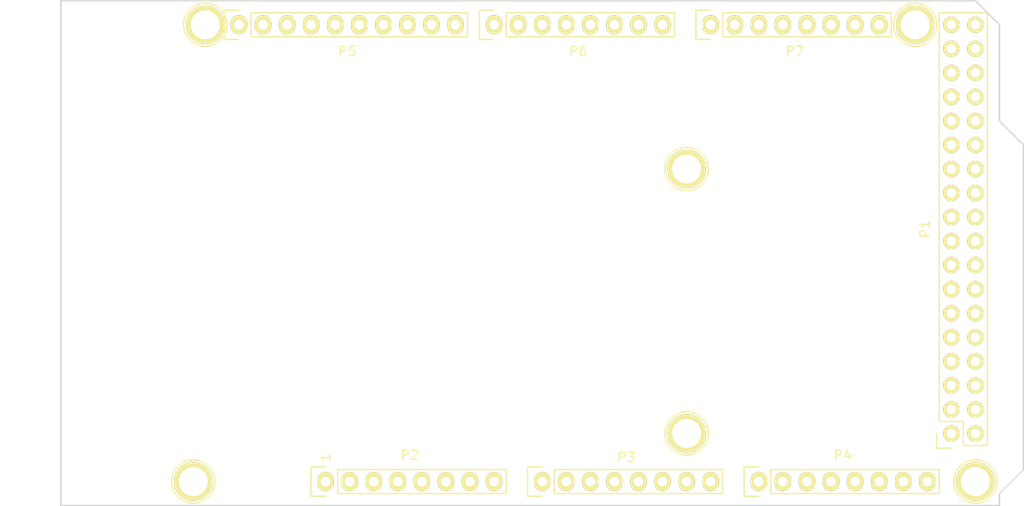
<source format=kicad_pcb>
(kicad_pcb (version 20221018) (generator pcbnew)
  (title_block (date "mar. 31 mars 2015"))
  (layers (0 "F.Cu" signal) (31 "B.Cu" signal) (34 "B.Paste" user) (35 "F.Paste" user) (36 "B.SilkS" user "B.Silkscreen") (37 "F.SilkS" user "F.Silkscreen") (38 "B.Mask" user) (39 "F.Mask" user) (44 "Edge.Cuts" user))
  (net 0 "")
  (net 1 "GND")
  (net 2 "/52(SCK)")
  (net 3 "/53(SS)")
  (net 4 "/50(MISO)")
  (net 5 "/51(MOSI)")
  (net 6 "/48")
  (net 7 "/49")
  (net 8 "/46")
  (net 9 "/47")
  (net 10 "/44")
  (net 11 "/45")
  (net 12 "/42")
  (net 13 "/43")
  (net 14 "/40")
  (net 15 "/41")
  (net 16 "/38")
  (net 17 "/39")
  (net 18 "/36")
  (net 19 "/37")
  (net 20 "/34")
  (net 21 "/35")
  (net 22 "/32")
  (net 23 "/33")
  (net 24 "/30")
  (net 25 "/31")
  (net 26 "/28")
  (net 27 "/29")
  (net 28 "/26")
  (net 29 "/27")
  (net 30 "/24")
  (net 31 "/25")
  (net 32 "/22")
  (net 33 "/23")
  (net 34 "+5V")
  (net 35 "/IOREF")
  (net 36 "/Reset")
  (net 37 "/Vin")
  (net 38 "/A0")
  (net 39 "/A1")
  (net 40 "/A2")
  (net 41 "/A3")
  (net 42 "/A4")
  (net 43 "/A5")
  (net 44 "/A6")
  (net 45 "/A7")
  (net 46 "/A8")
  (net 47 "/A9")
  (net 48 "/A10")
  (net 49 "/A11")
  (net 50 "/A12")
  (net 51 "/A13")
  (net 52 "/A14")
  (net 53 "/A15")
  (net 54 "/SCL")
  (net 55 "/SDA")
  (net 56 "/AREF")
  (net 57 "/13(**)")
  (net 58 "/12(**)")
  (net 59 "/11(**)")
  (net 60 "/10(**)")
  (net 61 "/9(**)")
  (net 62 "/8(**)")
  (net 63 "/7(**)")
  (net 64 "/6(**)")
  (net 65 "/5(**)")
  (net 66 "/4(**)")
  (net 67 "/3(**)")
  (net 68 "/2(**)")
  (net 69 "/20(SDA)")
  (net 70 "/21(SCL)")
  (net 71 "Net-(P8-Pad1)")
  (net 72 "Net-(P9-Pad1)")
  (net 73 "Net-(P10-Pad1)")
  (net 74 "Net-(P11-Pad1)")
  (net 75 "Net-(P12-Pad1)")
  (net 76 "Net-(P13-Pad1)")
  (net 77 "Net-(P2-Pad1)")
  (net 78 "+3V3")
  (net 79 "/1(Tx0)")
  (net 80 "/0(Rx0)")
  (net 81 "/14(Tx3)")
  (net 82 "/15(Rx3)")
  (net 83 "/16(Tx2)")
  (net 84 "/17(Rx2)")
  (net 85 "/18(Tx1)")
  (net 86 "/19(Rx1)")
  (footprint "Socket_Arduino_Mega:Socket_Strip_Arduino_2x18" (layer "F.Cu") (at 197.358 114.046 90)
    (fp_text reference "P1" (at 21.59 -2.794 90) (layer "F.SilkS"))
    (fp_text value "Digital")
    (fp_line (start -1.55 -1.55) (end -1.55 0) (stroke (width 0.15)) (layer "F.SilkS"))
    (fp_line (start -1.27 1.27) (end 1.27 1.27) (stroke (width 0.15)) (layer "F.SilkS"))
    (fp_line (start -1.27 3.81) (end -1.27 1.27) (stroke (width 0.15)) (layer "F.SilkS"))
    (fp_line (start -1.27 3.81) (end 44.45 3.81) (stroke (width 0.15)) (layer "F.SilkS"))
    (fp_line (start 0 -1.55) (end -1.55 -1.55) (stroke (width 0.15)) (layer "F.SilkS"))
    (fp_line (start 1.27 1.27) (end 1.27 -1.27) (stroke (width 0.15)) (layer "F.SilkS"))
    (fp_line (start 44.45 -1.27) (end 1.27 -1.27) (stroke (width 0.15)) (layer "F.SilkS"))
    (fp_line (start 44.45 3.81) (end 44.45 -1.27) (stroke (width 0.15)) (layer "F.SilkS"))
    (pad "1" thru_hole circle locked (at 0 0 90) (size 1.7272 1.7272) (drill 1.016) (layers "*.Cu" "*.Mask" "F.SilkS") (net 1 "GND"))
    (pad "2" thru_hole oval locked (at 0 2.54 90) (size 1.7272 1.7272) (drill 1.016) (layers "*.Cu" "*.Mask" "F.SilkS") (net 1 "GND"))
    (pad "3" thru_hole oval locked (at 2.54 0 90) (size 1.7272 1.7272) (drill 1.016) (layers "*.Cu" "*.Mask" "F.SilkS") (net 2 "/52(SCK)"))
    (pad "4" thru_hole oval locked (at 2.54 2.54 90) (size 1.7272 1.7272) (drill 1.016) (layers "*.Cu" "*.Mask" "F.SilkS") (net 3 "/53(SS)"))
    (pad "5" thru_hole oval locked (at 5.08 0 90) (size 1.7272 1.7272) (drill 1.016) (layers "*.Cu" "*.Mask" "F.SilkS") (net 4 "/50(MISO)"))
    (pad "6" thru_hole oval locked (at 5.08 2.54 90) (size 1.7272 1.7272) (drill 1.016) (layers "*.Cu" "*.Mask" "F.SilkS") (net 5 "/51(MOSI)"))
    (pad "7" thru_hole oval locked (at 7.62 0 90) (size 1.7272 1.7272) (drill 1.016) (layers "*.Cu" "*.Mask" "F.SilkS") (net 6 "/48"))
    (pad "8" thru_hole oval locked (at 7.62 2.54 90) (size 1.7272 1.7272) (drill 1.016) (layers "*.Cu" "*.Mask" "F.SilkS") (net 7 "/49"))
    (pad "9" thru_hole oval locked (at 10.16 0 90) (size 1.7272 1.7272) (drill 1.016) (layers "*.Cu" "*.Mask" "F.SilkS") (net 8 "/46"))
    (pad "10" thru_hole oval locked (at 10.16 2.54 90) (size 1.7272 1.7272) (drill 1.016) (layers "*.Cu" "*.Mask" "F.SilkS") (net 9 "/47"))
    (pad "11" thru_hole oval locked (at 12.7 0 90) (size 1.7272 1.7272) (drill 1.016) (layers "*.Cu" "*.Mask" "F.SilkS") (net 10 "/44"))
    (pad "12" thru_hole oval locked (at 12.7 2.54 90) (size 1.7272 1.7272) (drill 1.016) (layers "*.Cu" "*.Mask" "F.SilkS") (net 11 "/45"))
    (pad "13" thru_hole oval locked (at 15.24 0 90) (size 1.7272 1.7272) (drill 1.016) (layers "*.Cu" "*.Mask" "F.SilkS") (net 12 "/42"))
    (pad "14" thru_hole oval locked (at 15.24 2.54 90) (size 1.7272 1.7272) (drill 1.016) (layers "*.Cu" "*.Mask" "F.SilkS") (net 13 "/43"))
    (pad "15" thru_hole oval locked (at 17.78 0 90) (size 1.7272 1.7272) (drill 1.016) (layers "*.Cu" "*.Mask" "F.SilkS") (net 14 "/40"))
    (pad "16" thru_hole oval locked (at 17.78 2.54 90) (size 1.7272 1.7272) (drill 1.016) (layers "*.Cu" "*.Mask" "F.SilkS") (net 15 "/41"))
    (pad "17" thru_hole oval locked (at 20.32 0 90) (size 1.7272 1.7272) (drill 1.016) (layers "*.Cu" "*.Mask" "F.SilkS") (net 16 "/38"))
    (pad "18" thru_hole oval locked (at 20.32 2.54 90) (size 1.7272 1.7272) (drill 1.016) (layers "*.Cu" "*.Mask" "F.SilkS") (net 17 "/39"))
    (pad "19" thru_hole oval locked (at 22.86 0 90) (size 1.7272 1.7272) (drill 1.016) (layers "*.Cu" "*.Mask" "F.SilkS") (net 18 "/36"))
    (pad "20" thru_hole oval locked (at 22.86 2.54 90) (size 1.7272 1.7272) (drill 1.016) (layers "*.Cu" "*.Mask" "F.SilkS") (net 19 "/37"))
    (pad "21" thru_hole oval locked (at 25.4 0 90) (size 1.7272 1.7272) (drill 1.016) (layers "*.Cu" "*.Mask" "F.SilkS") (net 20 "/34"))
    (pad "22" thru_hole oval locked (at 25.4 2.54 90) (size 1.7272 1.7272) (drill 1.016) (layers "*.Cu" "*.Mask" "F.SilkS") (net 21 "/35"))
    (pad "23" thru_hole oval locked (at 27.94 0 90) (size 1.7272 1.7272) (drill 1.016) (layers "*.Cu" "*.Mask" "F.SilkS") (net 22 "/32"))
    (pad "24" thru_hole oval locked (at 27.94 2.54 90) (size 1.7272 1.7272) (drill 1.016) (layers "*.Cu" "*.Mask" "F.SilkS") (net 23 "/33"))
    (pad "25" thru_hole oval locked (at 30.48 0 90) (size 1.7272 1.7272) (drill 1.016) (layers "*.Cu" "*.Mask" "F.SilkS") (net 24 "/30"))
    (pad "26" thru_hole oval locked (at 30.48 2.54 90) (size 1.7272 1.7272) (drill 1.016) (layers "*.Cu" "*.Mask" "F.SilkS") (net 25 "/31"))
    (pad "27" thru_hole oval locked (at 33.02 0 90) (size 1.7272 1.7272) (drill 1.016) (layers "*.Cu" "*.Mask" "F.SilkS") (net 26 "/28"))
    (pad "28" thru_hole oval locked (at 33.02 2.54 90) (size 1.7272 1.7272) (drill 1.016) (layers "*.Cu" "*.Mask" "F.SilkS") (net 27 "/29"))
    (pad "29" thru_hole oval locked (at 35.56 0 90) (size 1.7272 1.7272) (drill 1.016) (layers "*.Cu" "*.Mask" "F.SilkS") (net 28 "/26"))
    (pad "30" thru_hole oval locked (at 35.56 2.54 90) (size 1.7272 1.7272) (drill 1.016) (layers "*.Cu" "*.Mask" "F.SilkS") (net 29 "/27"))
    (pad "31" thru_hole oval locked (at 38.1 0 90) (size 1.7272 1.7272) (drill 1.016) (layers "*.Cu" "*.Mask" "F.SilkS") (net 30 "/24"))
    (pad "32" thru_hole oval locked (at 38.1 2.54 90) (size 1.7272 1.7272) (drill 1.016) (layers "*.Cu" "*.Mask" "F.SilkS") (net 31 "/25"))
    (pad "33" thru_hole oval locked (at 40.64 0 90) (size 1.7272 1.7272) (drill 1.016) (layers "*.Cu" "*.Mask" "F.SilkS") (net 32 "/22"))
    (pad "34" thru_hole oval locked (at 40.64 2.54 90) (size 1.7272 1.7272) (drill 1.016) (layers "*.Cu" "*.Mask" "F.SilkS") (net 33 "/23"))
    (pad "35" thru_hole oval locked (at 43.18 0 90) (size 1.7272 1.7272) (drill 1.016) (layers "*.Cu" "*.Mask" "F.SilkS") (net 34 "+5V"))
    (pad "36" thru_hole oval locked (at 43.18 2.54 90) (size 1.7272 1.7272) (drill 1.016) (layers "*.Cu" "*.Mask" "F.SilkS") (net 34 "+5V"))
  )
  (footprint "Socket_Arduino_Mega:Socket_Strip_Arduino_1x08" (layer "F.Cu") (at 131.318 119.126)
    (fp_text reference "P2" (at 8.89 -2.794) (layer "F.SilkS"))
    (fp_text value "Power")
    (fp_line (start -1.55 -1.55) (end -1.55 1.55) (stroke (width 0.15)) (layer "F.SilkS"))
    (fp_line (start -1.55 1.55) (end 0 1.55) (stroke (width 0.15)) (layer "F.SilkS"))
    (fp_line (start 0 -1.55) (end -1.55 -1.55) (stroke (width 0.15)) (layer "F.SilkS"))
    (fp_line (start 1.27 1.27) (end 1.27 -1.27) (stroke (width 0.15)) (layer "F.SilkS"))
    (fp_line (start 1.27 1.27) (end 19.05 1.27) (stroke (width 0.15)) (layer "F.SilkS"))
    (fp_line (start 19.05 -1.27) (end 1.27 -1.27) (stroke (width 0.15)) (layer "F.SilkS"))
    (fp_line (start 19.05 1.27) (end 19.05 -1.27) (stroke (width 0.15)) (layer "F.SilkS"))
    (pad "1" thru_hole oval locked (at 0 0) (size 1.7272 2.032) (drill 1.016) (layers "*.Cu" "*.Mask" "F.SilkS") (net 77 "Net-(P2-Pad1)"))
    (pad "2" thru_hole oval locked (at 2.54 0) (size 1.7272 2.032) (drill 1.016) (layers "*.Cu" "*.Mask" "F.SilkS") (net 35 "/IOREF"))
    (pad "3" thru_hole oval locked (at 5.08 0) (size 1.7272 2.032) (drill 1.016) (layers "*.Cu" "*.Mask" "F.SilkS") (net 36 "/Reset"))
    (pad "4" thru_hole oval locked (at 7.62 0) (size 1.7272 2.032) (drill 1.016) (layers "*.Cu" "*.Mask" "F.SilkS") (net 78 "+3V3"))
    (pad "5" thru_hole oval locked (at 10.16 0) (size 1.7272 2.032) (drill 1.016) (layers "*.Cu" "*.Mask" "F.SilkS") (net 34 "+5V"))
    (pad "6" thru_hole oval locked (at 12.7 0) (size 1.7272 2.032) (drill 1.016) (layers "*.Cu" "*.Mask" "F.SilkS") (net 1 "GND"))
    (pad "7" thru_hole oval locked (at 15.24 0) (size 1.7272 2.032) (drill 1.016) (layers "*.Cu" "*.Mask" "F.SilkS") (net 1 "GND"))
    (pad "8" thru_hole oval locked (at 17.78 0) (size 1.7272 2.032) (drill 1.016) (layers "*.Cu" "*.Mask" "F.SilkS") (net 37 "/Vin"))
  )
  (footprint "Socket_Arduino_Mega:Socket_Strip_Arduino_1x08" (layer "F.Cu") (at 154.178 119.126)
    (fp_text reference "P3" (at 8.89 -2.54) (layer "F.SilkS"))
    (fp_text value "Analog")
    (fp_line (start -1.55 -1.55) (end -1.55 1.55) (stroke (width 0.15)) (layer "F.SilkS"))
    (fp_line (start -1.55 1.55) (end 0 1.55) (stroke (width 0.15)) (layer "F.SilkS"))
    (fp_line (start 0 -1.55) (end -1.55 -1.55) (stroke (width 0.15)) (layer "F.SilkS"))
    (fp_line (start 1.27 1.27) (end 1.27 -1.27) (stroke (width 0.15)) (layer "F.SilkS"))
    (fp_line (start 1.27 1.27) (end 19.05 1.27) (stroke (width 0.15)) (layer "F.SilkS"))
    (fp_line (start 19.05 -1.27) (end 1.27 -1.27) (stroke (width 0.15)) (layer "F.SilkS"))
    (fp_line (start 19.05 1.27) (end 19.05 -1.27) (stroke (width 0.15)) (layer "F.SilkS"))
    (pad "1" thru_hole oval locked (at 0 0) (size 1.7272 2.032) (drill 1.016) (layers "*.Cu" "*.Mask" "F.SilkS") (net 38 "/A0"))
    (pad "2" thru_hole oval locked (at 2.54 0) (size 1.7272 2.032) (drill 1.016) (layers "*.Cu" "*.Mask" "F.SilkS") (net 39 "/A1"))
    (pad "3" thru_hole oval locked (at 5.08 0) (size 1.7272 2.032) (drill 1.016) (layers "*.Cu" "*.Mask" "F.SilkS") (net 40 "/A2"))
    (pad "4" thru_hole oval locked (at 7.62 0) (size 1.7272 2.032) (drill 1.016) (layers "*.Cu" "*.Mask" "F.SilkS") (net 41 "/A3"))
    (pad "5" thru_hole oval locked (at 10.16 0) (size 1.7272 2.032) (drill 1.016) (layers "*.Cu" "*.Mask" "F.SilkS") (net 42 "/A4"))
    (pad "6" thru_hole oval locked (at 12.7 0) (size 1.7272 2.032) (drill 1.016) (layers "*.Cu" "*.Mask" "F.SilkS") (net 43 "/A5"))
    (pad "7" thru_hole oval locked (at 15.24 0) (size 1.7272 2.032) (drill 1.016) (layers "*.Cu" "*.Mask" "F.SilkS") (net 44 "/A6"))
    (pad "8" thru_hole oval locked (at 17.78 0) (size 1.7272 2.032) (drill 1.016) (layers "*.Cu" "*.Mask" "F.SilkS") (net 45 "/A7"))
  )
  (footprint "Socket_Arduino_Mega:Socket_Strip_Arduino_1x08" (layer "F.Cu") (at 177.038 119.126)
    (fp_text reference "P4" (at 8.89 -2.794) (layer "F.SilkS"))
    (fp_text value "Analog")
    (fp_line (start -1.55 -1.55) (end -1.55 1.55) (stroke (width 0.15)) (layer "F.SilkS"))
    (fp_line (start -1.55 1.55) (end 0 1.55) (stroke (width 0.15)) (layer "F.SilkS"))
    (fp_line (start 0 -1.55) (end -1.55 -1.55) (stroke (width 0.15)) (layer "F.SilkS"))
    (fp_line (start 1.27 1.27) (end 1.27 -1.27) (stroke (width 0.15)) (layer "F.SilkS"))
    (fp_line (start 1.27 1.27) (end 19.05 1.27) (stroke (width 0.15)) (layer "F.SilkS"))
    (fp_line (start 19.05 -1.27) (end 1.27 -1.27) (stroke (width 0.15)) (layer "F.SilkS"))
    (fp_line (start 19.05 1.27) (end 19.05 -1.27) (stroke (width 0.15)) (layer "F.SilkS"))
    (pad "1" thru_hole oval locked (at 0 0) (size 1.7272 2.032) (drill 1.016) (layers "*.Cu" "*.Mask" "F.SilkS") (net 46 "/A8"))
    (pad "2" thru_hole oval locked (at 2.54 0) (size 1.7272 2.032) (drill 1.016) (layers "*.Cu" "*.Mask" "F.SilkS") (net 47 "/A9"))
    (pad "3" thru_hole oval locked (at 5.08 0) (size 1.7272 2.032) (drill 1.016) (layers "*.Cu" "*.Mask" "F.SilkS") (net 48 "/A10"))
    (pad "4" thru_hole oval locked (at 7.62 0) (size 1.7272 2.032) (drill 1.016) (layers "*.Cu" "*.Mask" "F.SilkS") (net 49 "/A11"))
    (pad "5" thru_hole oval locked (at 10.16 0) (size 1.7272 2.032) (drill 1.016) (layers "*.Cu" "*.Mask" "F.SilkS") (net 50 "/A12"))
    (pad "6" thru_hole oval locked (at 12.7 0) (size 1.7272 2.032) (drill 1.016) (layers "*.Cu" "*.Mask" "F.SilkS") (net 51 "/A13"))
    (pad "7" thru_hole oval locked (at 15.24 0) (size 1.7272 2.032) (drill 1.016) (layers "*.Cu" "*.Mask" "F.SilkS") (net 52 "/A14"))
    (pad "8" thru_hole oval locked (at 17.78 0) (size 1.7272 2.032) (drill 1.016) (layers "*.Cu" "*.Mask" "F.SilkS") (net 53 "/A15"))
  )
  (footprint "Socket_Arduino_Mega:Socket_Strip_Arduino_1x10" (layer "F.Cu") (at 122.174 70.866)
    (fp_text reference "P5" (at 11.43 2.794) (layer "F.SilkS"))
    (fp_text value "PWM")
    (fp_line (start -1.55 -1.55) (end -1.55 1.55) (stroke (width 0.15)) (layer "F.SilkS"))
    (fp_line (start -1.55 1.55) (end 0 1.55) (stroke (width 0.15)) (layer "F.SilkS"))
    (fp_line (start 0 -1.55) (end -1.55 -1.55) (stroke (width 0.15)) (layer "F.SilkS"))
    (fp_line (start 1.27 1.27) (end 1.27 -1.27) (stroke (width 0.15)) (layer "F.SilkS"))
    (fp_line (start 1.27 1.27) (end 24.13 1.27) (stroke (width 0.15)) (layer "F.SilkS"))
    (fp_line (start 24.13 -1.27) (end 1.27 -1.27) (stroke (width 0.15)) (layer "F.SilkS"))
    (fp_line (start 24.13 1.27) (end 24.13 -1.27) (stroke (width 0.15)) (layer "F.SilkS"))
    (pad "1" thru_hole oval locked (at 0 0) (size 1.7272 2.032) (drill 1.016) (layers "*.Cu" "*.Mask" "F.SilkS") (net 54 "/SCL"))
    (pad "2" thru_hole oval locked (at 2.54 0) (size 1.7272 2.032) (drill 1.016) (layers "*.Cu" "*.Mask" "F.SilkS") (net 55 "/SDA"))
    (pad "3" thru_hole oval locked (at 5.08 0) (size 1.7272 2.032) (drill 1.016) (layers "*.Cu" "*.Mask" "F.SilkS") (net 56 "/AREF"))
    (pad "4" thru_hole oval locked (at 7.62 0) (size 1.7272 2.032) (drill 1.016) (layers "*.Cu" "*.Mask" "F.SilkS") (net 1 "GND"))
    (pad "5" thru_hole oval locked (at 10.16 0) (size 1.7272 2.032) (drill 1.016) (layers "*.Cu" "*.Mask" "F.SilkS") (net 57 "/13(**)"))
    (pad "6" thru_hole oval locked (at 12.7 0) (size 1.7272 2.032) (drill 1.016) (layers "*.Cu" "*.Mask" "F.SilkS") (net 58 "/12(**)"))
    (pad "7" thru_hole oval locked (at 15.24 0) (size 1.7272 2.032) (drill 1.016) (layers "*.Cu" "*.Mask" "F.SilkS") (net 59 "/11(**)"))
    (pad "8" thru_hole oval locked (at 17.78 0) (size 1.7272 2.032) (drill 1.016) (layers "*.Cu" "*.Mask" "F.SilkS") (net 60 "/10(**)"))
    (pad "9" thru_hole oval locked (at 20.32 0) (size 1.7272 2.032) (drill 1.016) (layers "*.Cu" "*.Mask" "F.SilkS") (net 61 "/9(**)"))
    (pad "10" thru_hole oval locked (at 22.86 0) (size 1.7272 2.032) (drill 1.016) (layers "*.Cu" "*.Mask" "F.SilkS") (net 62 "/8(**)"))
  )
  (footprint "Socket_Arduino_Mega:Socket_Strip_Arduino_1x08" (layer "F.Cu") (at 149.098 70.866)
    (fp_text reference "P6" (at 8.89 2.794) (layer "F.SilkS"))
    (fp_text value "PWM")
    (fp_line (start -1.55 -1.55) (end -1.55 1.55) (stroke (width 0.15)) (layer "F.SilkS"))
    (fp_line (start -1.55 1.55) (end 0 1.55) (stroke (width 0.15)) (layer "F.SilkS"))
    (fp_line (start 0 -1.55) (end -1.55 -1.55) (stroke (width 0.15)) (layer "F.SilkS"))
    (fp_line (start 1.27 1.27) (end 1.27 -1.27) (stroke (width 0.15)) (layer "F.SilkS"))
    (fp_line (start 1.27 1.27) (end 19.05 1.27) (stroke (width 0.15)) (layer "F.SilkS"))
    (fp_line (start 19.05 -1.27) (end 1.27 -1.27) (stroke (width 0.15)) (layer "F.SilkS"))
    (fp_line (start 19.05 1.27) (end 19.05 -1.27) (stroke (width 0.15)) (layer "F.SilkS"))
    (pad "1" thru_hole oval locked (at 0 0) (size 1.7272 2.032) (drill 1.016) (layers "*.Cu" "*.Mask" "F.SilkS") (net 63 "/7(**)"))
    (pad "2" thru_hole oval locked (at 2.54 0) (size 1.7272 2.032) (drill 1.016) (layers "*.Cu" "*.Mask" "F.SilkS") (net 64 "/6(**)"))
    (pad "3" thru_hole oval locked (at 5.08 0) (size 1.7272 2.032) (drill 1.016) (layers "*.Cu" "*.Mask" "F.SilkS") (net 65 "/5(**)"))
    (pad "4" thru_hole oval locked (at 7.62 0) (size 1.7272 2.032) (drill 1.016) (layers "*.Cu" "*.Mask" "F.SilkS") (net 66 "/4(**)"))
    (pad "5" thru_hole oval locked (at 10.16 0) (size 1.7272 2.032) (drill 1.016) (layers "*.Cu" "*.Mask" "F.SilkS") (net 67 "/3(**)"))
    (pad "6" thru_hole oval locked (at 12.7 0) (size 1.7272 2.032) (drill 1.016) (layers "*.Cu" "*.Mask" "F.SilkS") (net 68 "/2(**)"))
    (pad "7" thru_hole oval locked (at 15.24 0) (size 1.7272 2.032) (drill 1.016) (layers "*.Cu" "*.Mask" "F.SilkS") (net 79 "/1(Tx0)"))
    (pad "8" thru_hole oval locked (at 17.78 0) (size 1.7272 2.032) (drill 1.016) (layers "*.Cu" "*.Mask" "F.SilkS") (net 80 "/0(Rx0)"))
  )
  (footprint "Socket_Arduino_Mega:Socket_Strip_Arduino_1x08" (layer "F.Cu") (at 171.958 70.866)
    (fp_text reference "P7" (at 8.89 2.794) (layer "F.SilkS"))
    (fp_text value "Communication")
    (fp_line (start -1.55 -1.55) (end -1.55 1.55) (stroke (width 0.15)) (layer "F.SilkS"))
    (fp_line (start -1.55 1.55) (end 0 1.55) (stroke (width 0.15)) (layer "F.SilkS"))
    (fp_line (start 0 -1.55) (end -1.55 -1.55) (stroke (width 0.15)) (layer "F.SilkS"))
    (fp_line (start 1.27 1.27) (end 1.27 -1.27) (stroke (width 0.15)) (layer "F.SilkS"))
    (fp_line (start 1.27 1.27) (end 19.05 1.27) (stroke (width 0.15)) (layer "F.SilkS"))
    (fp_line (start 19.05 -1.27) (end 1.27 -1.27) (stroke (width 0.15)) (layer "F.SilkS"))
    (fp_line (start 19.05 1.27) (end 19.05 -1.27) (stroke (width 0.15)) (layer "F.SilkS"))
    (pad "1" thru_hole oval locked (at 0 0) (size 1.7272 2.032) (drill 1.016) (layers "*.Cu" "*.Mask" "F.SilkS") (net 81 "/14(Tx3)"))
    (pad "2" thru_hole oval locked (at 2.54 0) (size 1.7272 2.032) (drill 1.016) (layers "*.Cu" "*.Mask" "F.SilkS") (net 82 "/15(Rx3)"))
    (pad "3" thru_hole oval locked (at 5.08 0) (size 1.7272 2.032) (drill 1.016) (layers "*.Cu" "*.Mask" "F.SilkS") (net 83 "/16(Tx2)"))
    (pad "4" thru_hole oval locked (at 7.62 0) (size 1.7272 2.032) (drill 1.016) (layers "*.Cu" "*.Mask" "F.SilkS") (net 84 "/17(Rx2)"))
    (pad "5" thru_hole oval locked (at 10.16 0) (size 1.7272 2.032) (drill 1.016) (layers "*.Cu" "*.Mask" "F.SilkS") (net 85 "/18(Tx1)"))
    (pad "6" thru_hole oval locked (at 12.7 0) (size 1.7272 2.032) (drill 1.016) (layers "*.Cu" "*.Mask" "F.SilkS") (net 86 "/19(Rx1)"))
    (pad "7" thru_hole oval locked (at 15.24 0) (size 1.7272 2.032) (drill 1.016) (layers "*.Cu" "*.Mask" "F.SilkS") (net 69 "/20(SDA)"))
    (pad "8" thru_hole oval locked (at 17.78 0) (size 1.7272 2.032) (drill 1.016) (layers "*.Cu" "*.Mask" "F.SilkS") (net 70 "/21(SCL)"))
  )
  (footprint "Socket_Arduino_Mega:Arduino_1pin" (layer "F.Cu") (at 117.348 119.126)
    (fp_text reference "P8" hide)
    (fp_text value "CONN_01X01" hide)
    (fp_circle (center 0 0) (end 0 -2.286) (stroke (width 0.15)) (fill none) (layer "F.SilkS"))
    (pad "1" thru_hole circle locked (at 0 0) (size 4.064 4.064) (drill 3.048) (layers "*.Cu" "*.Mask" "F.SilkS") (net 71 "Net-(P8-Pad1)"))
  )
  (footprint "Socket_Arduino_Mega:Arduino_1pin" (layer "F.Cu") (at 169.418 114.046)
    (fp_text reference "P9" hide)
    (fp_text value "CONN_01X01" hide)
    (fp_circle (center 0 0) (end 0 -2.286) (stroke (width 0.15)) (fill none) (layer "F.SilkS"))
    (pad "1" thru_hole circle locked (at 0 0) (size 4.064 4.064) (drill 3.048) (layers "*.Cu" "*.Mask" "F.SilkS") (net 72 "Net-(P9-Pad1)"))
  )
  (footprint "Socket_Arduino_Mega:Arduino_1pin" (layer "F.Cu") (at 199.898 119.126)
    (fp_text reference "P10" hide)
    (fp_text value "CONN_01X01" hide)
    (fp_circle (center 0 0) (end 0 -2.286) (stroke (width 0.15)) (fill none) (layer "F.SilkS"))
    (pad "1" thru_hole circle locked (at 0 0) (size 4.064 4.064) (drill 3.048) (layers "*.Cu" "*.Mask" "F.SilkS") (net 73 "Net-(P10-Pad1)"))
  )
  (footprint "Socket_Arduino_Mega:Arduino_1pin" (layer "F.Cu") (at 118.618 70.866)
    (fp_text reference "P11" hide)
    (fp_text value "CONN_01X01" hide)
    (fp_circle (center 0 0) (end 0 -2.286) (stroke (width 0.15)) (fill none) (layer "F.SilkS"))
    (pad "1" thru_hole circle locked (at 0 0) (size 4.064 4.064) (drill 3.048) (layers "*.Cu" "*.Mask" "F.SilkS") (net 74 "Net-(P11-Pad1)"))
  )
  (footprint "Socket_Arduino_Mega:Arduino_1pin" (layer "F.Cu") (at 169.418 86.106)
    (fp_text reference "P12" hide)
    (fp_text value "CONN_01X01" hide)
    (fp_circle (center 0 0) (end 0 -2.286) (stroke (width 0.15)) (fill none) (layer "F.SilkS"))
    (pad "1" thru_hole circle locked (at 0 0) (size 4.064 4.064) (drill 3.048) (layers "*.Cu" "*.Mask" "F.SilkS") (net 75 "Net-(P12-Pad1)"))
  )
  (footprint "Socket_Arduino_Mega:Arduino_1pin" (layer "F.Cu") (at 193.548 70.866)
    (fp_text reference "P13" hide)
    (fp_text value "CONN_01X01" hide)
    (fp_circle (center 0 0) (end 0 -2.286) (stroke (width 0.15)) (fill none) (layer "F.SilkS"))
    (pad "1" thru_hole circle locked (at 0 0) (size 4.064 4.064) (drill 3.048) (layers "*.Cu" "*.Mask" "F.SilkS") (net 76 "Net-(P13-Pad1)"))
  )
  (gr_line (start 202.438 81.026) (end 204.978 83.566) (stroke (width 0.15)) (layer "Edge.Cuts"))
  (gr_line (start 103.378 121.666) (end 103.378 68.326) (stroke (width 0.15)) (layer "Edge.Cuts"))
  (gr_line (start 204.978 83.566) (end 204.978 117.856) (stroke (width 0.15)) (layer "Edge.Cuts"))
  (gr_line (start 202.438 121.666) (end 103.378 121.666) (stroke (width 0.15)) (layer "Edge.Cuts"))
  (gr_line (start 103.378 68.326) (end 199.898 68.326) (stroke (width 0.15)) (layer "Edge.Cuts"))
  (gr_line (start 204.978 117.856) (end 202.438 120.396) (stroke (width 0.15)) (layer "Edge.Cuts"))
  (gr_line (start 199.898 68.326) (end 202.438 70.866) (stroke (width 0.15)) (layer "Edge.Cuts"))
  (gr_line (start 202.438 70.866) (end 202.438 81.026) (stroke (width 0.15)) (layer "Edge.Cuts"))
  (gr_line (start 202.438 120.396) (end 202.438 121.666) (stroke (width 0.15)) (layer "Edge.Cuts"))
  (gr_text "1" (at 131.318 116.586 90) (layer "F.SilkS") (effects (font (size 1 1))))
)
</source>
